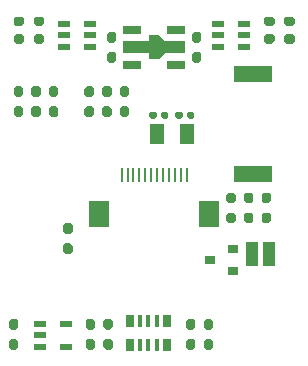
<source format=gtp>
G04 #@! TF.GenerationSoftware,KiCad,Pcbnew,(5.1.10-1-10_14)*
G04 #@! TF.CreationDate,2021-08-08T19:51:24+09:00*
G04 #@! TF.ProjectId,MiniCon,4d696e69-436f-46e2-9e6b-696361645f70,V1.0*
G04 #@! TF.SameCoordinates,Original*
G04 #@! TF.FileFunction,Paste,Top*
G04 #@! TF.FilePolarity,Positive*
%FSLAX46Y46*%
G04 Gerber Fmt 4.6, Leading zero omitted, Abs format (unit mm)*
G04 Created by KiCad (PCBNEW (5.1.10-1-10_14)) date 2021-08-08 19:51:24*
%MOMM*%
%LPD*%
G01*
G04 APERTURE LIST*
%ADD10R,1.200000X1.800000*%
%ADD11R,1.060000X0.500000*%
%ADD12R,1.500000X0.700000*%
%ADD13C,0.100000*%
%ADD14R,0.650000X1.000000*%
%ADD15R,0.350000X1.000000*%
%ADD16R,0.900000X0.800000*%
%ADD17R,3.200000X1.400000*%
%ADD18R,1.800000X2.200000*%
%ADD19R,0.150000X1.300000*%
%ADD20R,1.000000X2.000000*%
G04 APERTURE END LIST*
D10*
X200000Y3650000D03*
X2800000Y3650000D03*
D11*
X-9700000Y-12450000D03*
X-9700000Y-13400000D03*
X-9700000Y-14350000D03*
X-7500000Y-14350000D03*
X-7500000Y-12450000D03*
D12*
X1850000Y12500000D03*
X1850000Y9500000D03*
X-1850000Y12500000D03*
X-1850000Y9500000D03*
D13*
G36*
X900000Y11500000D02*
G01*
X2600000Y11500000D01*
X2600000Y10500000D01*
X900000Y10500000D01*
X400000Y10000000D01*
X-400000Y10000000D01*
X-400000Y10500000D01*
X-2600000Y10500000D01*
X-2600000Y11500000D01*
X-400000Y11500000D01*
X-400000Y12000000D01*
X400000Y12000000D01*
X900000Y11500000D01*
G37*
D14*
X1050000Y-14250000D03*
D15*
X200000Y-14250000D03*
X-500000Y-14250000D03*
X-1200000Y-14250000D03*
D14*
X-2050000Y-14250000D03*
X-2050000Y-12150000D03*
D15*
X-1200000Y-12150000D03*
X-500000Y-12150000D03*
X200000Y-12150000D03*
D14*
X1050000Y-12150000D03*
D11*
X7600000Y11050000D03*
X7600000Y12000000D03*
X7600000Y12950000D03*
X5400000Y12950000D03*
X5400000Y11050000D03*
X5400000Y12000000D03*
X-7600000Y12950000D03*
X-7600000Y12000000D03*
X-7600000Y11050000D03*
X-5400000Y11050000D03*
X-5400000Y12950000D03*
X-5400000Y12000000D03*
G36*
G01*
X-10200000Y7700000D02*
X-9800000Y7700000D01*
G75*
G02*
X-9600000Y7500000I0J-200000D01*
G01*
X-9600000Y7000000D01*
G75*
G02*
X-9800000Y6800000I-200000J0D01*
G01*
X-10200000Y6800000D01*
G75*
G02*
X-10400000Y7000000I0J200000D01*
G01*
X-10400000Y7500000D01*
G75*
G02*
X-10200000Y7700000I200000J0D01*
G01*
G37*
G36*
G01*
X-10200000Y6000000D02*
X-9800000Y6000000D01*
G75*
G02*
X-9600000Y5800000I0J-200000D01*
G01*
X-9600000Y5300000D01*
G75*
G02*
X-9800000Y5100000I-200000J0D01*
G01*
X-10200000Y5100000D01*
G75*
G02*
X-10400000Y5300000I0J200000D01*
G01*
X-10400000Y5800000D01*
G75*
G02*
X-10200000Y6000000I200000J0D01*
G01*
G37*
G36*
G01*
X9300000Y-1300000D02*
X9700000Y-1300000D01*
G75*
G02*
X9900000Y-1500000I0J-200000D01*
G01*
X9900000Y-2000000D01*
G75*
G02*
X9700000Y-2200000I-200000J0D01*
G01*
X9300000Y-2200000D01*
G75*
G02*
X9100000Y-2000000I0J200000D01*
G01*
X9100000Y-1500000D01*
G75*
G02*
X9300000Y-1300000I200000J0D01*
G01*
G37*
G36*
G01*
X9300000Y-3000000D02*
X9700000Y-3000000D01*
G75*
G02*
X9900000Y-3200000I0J-200000D01*
G01*
X9900000Y-3700000D01*
G75*
G02*
X9700000Y-3900000I-200000J0D01*
G01*
X9300000Y-3900000D01*
G75*
G02*
X9100000Y-3700000I0J200000D01*
G01*
X9100000Y-3200000D01*
G75*
G02*
X9300000Y-3000000I200000J0D01*
G01*
G37*
G36*
G01*
X6300000Y-1300000D02*
X6700000Y-1300000D01*
G75*
G02*
X6900000Y-1500000I0J-200000D01*
G01*
X6900000Y-2000000D01*
G75*
G02*
X6700000Y-2200000I-200000J0D01*
G01*
X6300000Y-2200000D01*
G75*
G02*
X6100000Y-2000000I0J200000D01*
G01*
X6100000Y-1500000D01*
G75*
G02*
X6300000Y-1300000I200000J0D01*
G01*
G37*
G36*
G01*
X6300000Y-3000000D02*
X6700000Y-3000000D01*
G75*
G02*
X6900000Y-3200000I0J-200000D01*
G01*
X6900000Y-3700000D01*
G75*
G02*
X6700000Y-3900000I-200000J0D01*
G01*
X6300000Y-3900000D01*
G75*
G02*
X6100000Y-3700000I0J200000D01*
G01*
X6100000Y-3200000D01*
G75*
G02*
X6300000Y-3000000I200000J0D01*
G01*
G37*
G36*
G01*
X-5700000Y7700000D02*
X-5300000Y7700000D01*
G75*
G02*
X-5100000Y7500000I0J-200000D01*
G01*
X-5100000Y7000000D01*
G75*
G02*
X-5300000Y6800000I-200000J0D01*
G01*
X-5700000Y6800000D01*
G75*
G02*
X-5900000Y7000000I0J200000D01*
G01*
X-5900000Y7500000D01*
G75*
G02*
X-5700000Y7700000I200000J0D01*
G01*
G37*
G36*
G01*
X-5700000Y6000000D02*
X-5300000Y6000000D01*
G75*
G02*
X-5100000Y5800000I0J-200000D01*
G01*
X-5100000Y5300000D01*
G75*
G02*
X-5300000Y5100000I-200000J0D01*
G01*
X-5700000Y5100000D01*
G75*
G02*
X-5900000Y5300000I0J200000D01*
G01*
X-5900000Y5800000D01*
G75*
G02*
X-5700000Y6000000I200000J0D01*
G01*
G37*
G36*
G01*
X8200000Y-3900000D02*
X7800000Y-3900000D01*
G75*
G02*
X7600000Y-3700000I0J200000D01*
G01*
X7600000Y-3200000D01*
G75*
G02*
X7800000Y-3000000I200000J0D01*
G01*
X8200000Y-3000000D01*
G75*
G02*
X8400000Y-3200000I0J-200000D01*
G01*
X8400000Y-3700000D01*
G75*
G02*
X8200000Y-3900000I-200000J0D01*
G01*
G37*
G36*
G01*
X8200000Y-2200000D02*
X7800000Y-2200000D01*
G75*
G02*
X7600000Y-2000000I0J200000D01*
G01*
X7600000Y-1500000D01*
G75*
G02*
X7800000Y-1300000I200000J0D01*
G01*
X8200000Y-1300000D01*
G75*
G02*
X8400000Y-1500000I0J-200000D01*
G01*
X8400000Y-2000000D01*
G75*
G02*
X8200000Y-2200000I-200000J0D01*
G01*
G37*
G36*
G01*
X9300000Y11500000D02*
X9300000Y11900000D01*
G75*
G02*
X9500000Y12100000I200000J0D01*
G01*
X10000000Y12100000D01*
G75*
G02*
X10200000Y11900000I0J-200000D01*
G01*
X10200000Y11500000D01*
G75*
G02*
X10000000Y11300000I-200000J0D01*
G01*
X9500000Y11300000D01*
G75*
G02*
X9300000Y11500000I0J200000D01*
G01*
G37*
G36*
G01*
X11000000Y11500000D02*
X11000000Y11900000D01*
G75*
G02*
X11200000Y12100000I200000J0D01*
G01*
X11700000Y12100000D01*
G75*
G02*
X11900000Y11900000I0J-200000D01*
G01*
X11900000Y11500000D01*
G75*
G02*
X11700000Y11300000I-200000J0D01*
G01*
X11200000Y11300000D01*
G75*
G02*
X11000000Y11500000I0J200000D01*
G01*
G37*
G36*
G01*
X-9300000Y11900000D02*
X-9300000Y11500000D01*
G75*
G02*
X-9500000Y11300000I-200000J0D01*
G01*
X-10000000Y11300000D01*
G75*
G02*
X-10200000Y11500000I0J200000D01*
G01*
X-10200000Y11900000D01*
G75*
G02*
X-10000000Y12100000I200000J0D01*
G01*
X-9500000Y12100000D01*
G75*
G02*
X-9300000Y11900000I0J-200000D01*
G01*
G37*
G36*
G01*
X-11000000Y11900000D02*
X-11000000Y11500000D01*
G75*
G02*
X-11200000Y11300000I-200000J0D01*
G01*
X-11700000Y11300000D01*
G75*
G02*
X-11900000Y11500000I0J200000D01*
G01*
X-11900000Y11900000D01*
G75*
G02*
X-11700000Y12100000I200000J0D01*
G01*
X-11200000Y12100000D01*
G75*
G02*
X-11000000Y11900000I0J-200000D01*
G01*
G37*
G36*
G01*
X4800000Y-14600000D02*
X4400000Y-14600000D01*
G75*
G02*
X4200000Y-14400000I0J200000D01*
G01*
X4200000Y-13900000D01*
G75*
G02*
X4400000Y-13700000I200000J0D01*
G01*
X4800000Y-13700000D01*
G75*
G02*
X5000000Y-13900000I0J-200000D01*
G01*
X5000000Y-14400000D01*
G75*
G02*
X4800000Y-14600000I-200000J0D01*
G01*
G37*
G36*
G01*
X4800000Y-12900000D02*
X4400000Y-12900000D01*
G75*
G02*
X4200000Y-12700000I0J200000D01*
G01*
X4200000Y-12200000D01*
G75*
G02*
X4400000Y-12000000I200000J0D01*
G01*
X4800000Y-12000000D01*
G75*
G02*
X5000000Y-12200000I0J-200000D01*
G01*
X5000000Y-12700000D01*
G75*
G02*
X4800000Y-12900000I-200000J0D01*
G01*
G37*
D16*
X4700000Y-7000000D03*
X6700000Y-6050000D03*
X6700000Y-7950000D03*
D17*
X8400000Y8700000D03*
X8400000Y300000D03*
G36*
G01*
X-4200000Y7700000D02*
X-3800000Y7700000D01*
G75*
G02*
X-3600000Y7500000I0J-200000D01*
G01*
X-3600000Y7000000D01*
G75*
G02*
X-3800000Y6800000I-200000J0D01*
G01*
X-4200000Y6800000D01*
G75*
G02*
X-4400000Y7000000I0J200000D01*
G01*
X-4400000Y7500000D01*
G75*
G02*
X-4200000Y7700000I200000J0D01*
G01*
G37*
G36*
G01*
X-4200000Y6000000D02*
X-3800000Y6000000D01*
G75*
G02*
X-3600000Y5800000I0J-200000D01*
G01*
X-3600000Y5300000D01*
G75*
G02*
X-3800000Y5100000I-200000J0D01*
G01*
X-4200000Y5100000D01*
G75*
G02*
X-4400000Y5300000I0J200000D01*
G01*
X-4400000Y5800000D01*
G75*
G02*
X-4200000Y6000000I200000J0D01*
G01*
G37*
D18*
X4650000Y-3100000D03*
X-4650000Y-3100000D03*
D19*
X-2750000Y150000D03*
X-2250000Y150000D03*
X-1750000Y150000D03*
X-1250000Y150000D03*
X-750000Y150000D03*
X-250000Y150000D03*
X250000Y150000D03*
X750000Y150000D03*
X1250000Y150000D03*
X1750000Y150000D03*
X2250000Y150000D03*
X2750000Y150000D03*
G36*
G01*
X-2300000Y5100000D02*
X-2700000Y5100000D01*
G75*
G02*
X-2900000Y5300000I0J200000D01*
G01*
X-2900000Y5800000D01*
G75*
G02*
X-2700000Y6000000I200000J0D01*
G01*
X-2300000Y6000000D01*
G75*
G02*
X-2100000Y5800000I0J-200000D01*
G01*
X-2100000Y5300000D01*
G75*
G02*
X-2300000Y5100000I-200000J0D01*
G01*
G37*
G36*
G01*
X-2300000Y6800000D02*
X-2700000Y6800000D01*
G75*
G02*
X-2900000Y7000000I0J200000D01*
G01*
X-2900000Y7500000D01*
G75*
G02*
X-2700000Y7700000I200000J0D01*
G01*
X-2300000Y7700000D01*
G75*
G02*
X-2100000Y7500000I0J-200000D01*
G01*
X-2100000Y7000000D01*
G75*
G02*
X-2300000Y6800000I-200000J0D01*
G01*
G37*
G36*
G01*
X-11300000Y5100000D02*
X-11700000Y5100000D01*
G75*
G02*
X-11900000Y5300000I0J200000D01*
G01*
X-11900000Y5800000D01*
G75*
G02*
X-11700000Y6000000I200000J0D01*
G01*
X-11300000Y6000000D01*
G75*
G02*
X-11100000Y5800000I0J-200000D01*
G01*
X-11100000Y5300000D01*
G75*
G02*
X-11300000Y5100000I-200000J0D01*
G01*
G37*
G36*
G01*
X-11300000Y6800000D02*
X-11700000Y6800000D01*
G75*
G02*
X-11900000Y7000000I0J200000D01*
G01*
X-11900000Y7500000D01*
G75*
G02*
X-11700000Y7700000I200000J0D01*
G01*
X-11300000Y7700000D01*
G75*
G02*
X-11100000Y7500000I0J-200000D01*
G01*
X-11100000Y7000000D01*
G75*
G02*
X-11300000Y6800000I-200000J0D01*
G01*
G37*
G36*
G01*
X11900000Y13400000D02*
X11900000Y13000000D01*
G75*
G02*
X11700000Y12800000I-200000J0D01*
G01*
X11200000Y12800000D01*
G75*
G02*
X11000000Y13000000I0J200000D01*
G01*
X11000000Y13400000D01*
G75*
G02*
X11200000Y13600000I200000J0D01*
G01*
X11700000Y13600000D01*
G75*
G02*
X11900000Y13400000I0J-200000D01*
G01*
G37*
G36*
G01*
X10200000Y13400000D02*
X10200000Y13000000D01*
G75*
G02*
X10000000Y12800000I-200000J0D01*
G01*
X9500000Y12800000D01*
G75*
G02*
X9300000Y13000000I0J200000D01*
G01*
X9300000Y13400000D01*
G75*
G02*
X9500000Y13600000I200000J0D01*
G01*
X10000000Y13600000D01*
G75*
G02*
X10200000Y13400000I0J-200000D01*
G01*
G37*
G36*
G01*
X-11900000Y13000000D02*
X-11900000Y13400000D01*
G75*
G02*
X-11700000Y13600000I200000J0D01*
G01*
X-11200000Y13600000D01*
G75*
G02*
X-11000000Y13400000I0J-200000D01*
G01*
X-11000000Y13000000D01*
G75*
G02*
X-11200000Y12800000I-200000J0D01*
G01*
X-11700000Y12800000D01*
G75*
G02*
X-11900000Y13000000I0J200000D01*
G01*
G37*
G36*
G01*
X-10200000Y13000000D02*
X-10200000Y13400000D01*
G75*
G02*
X-10000000Y13600000I200000J0D01*
G01*
X-9500000Y13600000D01*
G75*
G02*
X-9300000Y13400000I0J-200000D01*
G01*
X-9300000Y13000000D01*
G75*
G02*
X-9500000Y12800000I-200000J0D01*
G01*
X-10000000Y12800000D01*
G75*
G02*
X-10200000Y13000000I0J200000D01*
G01*
G37*
G36*
G01*
X-7100000Y-6500000D02*
X-7500000Y-6500000D01*
G75*
G02*
X-7700000Y-6300000I0J200000D01*
G01*
X-7700000Y-5800000D01*
G75*
G02*
X-7500000Y-5600000I200000J0D01*
G01*
X-7100000Y-5600000D01*
G75*
G02*
X-6900000Y-5800000I0J-200000D01*
G01*
X-6900000Y-6300000D01*
G75*
G02*
X-7100000Y-6500000I-200000J0D01*
G01*
G37*
G36*
G01*
X-7100000Y-4800000D02*
X-7500000Y-4800000D01*
G75*
G02*
X-7700000Y-4600000I0J200000D01*
G01*
X-7700000Y-4100000D01*
G75*
G02*
X-7500000Y-3900000I200000J0D01*
G01*
X-7100000Y-3900000D01*
G75*
G02*
X-6900000Y-4100000I0J-200000D01*
G01*
X-6900000Y-4600000D01*
G75*
G02*
X-7100000Y-4800000I-200000J0D01*
G01*
G37*
G36*
G01*
X-8300000Y5100000D02*
X-8700000Y5100000D01*
G75*
G02*
X-8900000Y5300000I0J200000D01*
G01*
X-8900000Y5800000D01*
G75*
G02*
X-8700000Y6000000I200000J0D01*
G01*
X-8300000Y6000000D01*
G75*
G02*
X-8100000Y5800000I0J-200000D01*
G01*
X-8100000Y5300000D01*
G75*
G02*
X-8300000Y5100000I-200000J0D01*
G01*
G37*
G36*
G01*
X-8300000Y6800000D02*
X-8700000Y6800000D01*
G75*
G02*
X-8900000Y7000000I0J200000D01*
G01*
X-8900000Y7500000D01*
G75*
G02*
X-8700000Y7700000I200000J0D01*
G01*
X-8300000Y7700000D01*
G75*
G02*
X-8100000Y7500000I0J-200000D01*
G01*
X-8100000Y7000000D01*
G75*
G02*
X-8300000Y6800000I-200000J0D01*
G01*
G37*
G36*
G01*
X600000Y5100000D02*
X600000Y5400000D01*
G75*
G02*
X750000Y5550000I150000J0D01*
G01*
X1050000Y5550000D01*
G75*
G02*
X1200000Y5400000I0J-150000D01*
G01*
X1200000Y5100000D01*
G75*
G02*
X1050000Y4950000I-150000J0D01*
G01*
X750000Y4950000D01*
G75*
G02*
X600000Y5100000I0J150000D01*
G01*
G37*
G36*
G01*
X-400000Y5100000D02*
X-400000Y5400000D01*
G75*
G02*
X-250000Y5550000I150000J0D01*
G01*
X50000Y5550000D01*
G75*
G02*
X200000Y5400000I0J-150000D01*
G01*
X200000Y5100000D01*
G75*
G02*
X50000Y4950000I-150000J0D01*
G01*
X-250000Y4950000D01*
G75*
G02*
X-400000Y5100000I0J150000D01*
G01*
G37*
G36*
G01*
X2400000Y5400000D02*
X2400000Y5100000D01*
G75*
G02*
X2250000Y4950000I-150000J0D01*
G01*
X1950000Y4950000D01*
G75*
G02*
X1800000Y5100000I0J150000D01*
G01*
X1800000Y5400000D01*
G75*
G02*
X1950000Y5550000I150000J0D01*
G01*
X2250000Y5550000D01*
G75*
G02*
X2400000Y5400000I0J-150000D01*
G01*
G37*
G36*
G01*
X3400000Y5400000D02*
X3400000Y5100000D01*
G75*
G02*
X3250000Y4950000I-150000J0D01*
G01*
X2950000Y4950000D01*
G75*
G02*
X2800000Y5100000I0J150000D01*
G01*
X2800000Y5400000D01*
G75*
G02*
X2950000Y5550000I150000J0D01*
G01*
X3250000Y5550000D01*
G75*
G02*
X3400000Y5400000I0J-150000D01*
G01*
G37*
G36*
G01*
X-4100000Y-12000000D02*
X-3700000Y-12000000D01*
G75*
G02*
X-3500000Y-12200000I0J-200000D01*
G01*
X-3500000Y-12700000D01*
G75*
G02*
X-3700000Y-12900000I-200000J0D01*
G01*
X-4100000Y-12900000D01*
G75*
G02*
X-4300000Y-12700000I0J200000D01*
G01*
X-4300000Y-12200000D01*
G75*
G02*
X-4100000Y-12000000I200000J0D01*
G01*
G37*
G36*
G01*
X-4100000Y-13700000D02*
X-3700000Y-13700000D01*
G75*
G02*
X-3500000Y-13900000I0J-200000D01*
G01*
X-3500000Y-14400000D01*
G75*
G02*
X-3700000Y-14600000I-200000J0D01*
G01*
X-4100000Y-14600000D01*
G75*
G02*
X-4300000Y-14400000I0J200000D01*
G01*
X-4300000Y-13900000D01*
G75*
G02*
X-4100000Y-13700000I200000J0D01*
G01*
G37*
G36*
G01*
X-5600000Y-12000000D02*
X-5200000Y-12000000D01*
G75*
G02*
X-5000000Y-12200000I0J-200000D01*
G01*
X-5000000Y-12700000D01*
G75*
G02*
X-5200000Y-12900000I-200000J0D01*
G01*
X-5600000Y-12900000D01*
G75*
G02*
X-5800000Y-12700000I0J200000D01*
G01*
X-5800000Y-12200000D01*
G75*
G02*
X-5600000Y-12000000I200000J0D01*
G01*
G37*
G36*
G01*
X-5600000Y-13700000D02*
X-5200000Y-13700000D01*
G75*
G02*
X-5000000Y-13900000I0J-200000D01*
G01*
X-5000000Y-14400000D01*
G75*
G02*
X-5200000Y-14600000I-200000J0D01*
G01*
X-5600000Y-14600000D01*
G75*
G02*
X-5800000Y-14400000I0J200000D01*
G01*
X-5800000Y-13900000D01*
G75*
G02*
X-5600000Y-13700000I200000J0D01*
G01*
G37*
G36*
G01*
X-11700000Y-14600000D02*
X-12100000Y-14600000D01*
G75*
G02*
X-12300000Y-14400000I0J200000D01*
G01*
X-12300000Y-13900000D01*
G75*
G02*
X-12100000Y-13700000I200000J0D01*
G01*
X-11700000Y-13700000D01*
G75*
G02*
X-11500000Y-13900000I0J-200000D01*
G01*
X-11500000Y-14400000D01*
G75*
G02*
X-11700000Y-14600000I-200000J0D01*
G01*
G37*
G36*
G01*
X-11700000Y-12900000D02*
X-12100000Y-12900000D01*
G75*
G02*
X-12300000Y-12700000I0J200000D01*
G01*
X-12300000Y-12200000D01*
G75*
G02*
X-12100000Y-12000000I200000J0D01*
G01*
X-11700000Y-12000000D01*
G75*
G02*
X-11500000Y-12200000I0J-200000D01*
G01*
X-11500000Y-12700000D01*
G75*
G02*
X-11700000Y-12900000I-200000J0D01*
G01*
G37*
G36*
G01*
X3400000Y12300000D02*
X3800000Y12300000D01*
G75*
G02*
X4000000Y12100000I0J-200000D01*
G01*
X4000000Y11600000D01*
G75*
G02*
X3800000Y11400000I-200000J0D01*
G01*
X3400000Y11400000D01*
G75*
G02*
X3200000Y11600000I0J200000D01*
G01*
X3200000Y12100000D01*
G75*
G02*
X3400000Y12300000I200000J0D01*
G01*
G37*
G36*
G01*
X3400000Y10600000D02*
X3800000Y10600000D01*
G75*
G02*
X4000000Y10400000I0J-200000D01*
G01*
X4000000Y9900000D01*
G75*
G02*
X3800000Y9700000I-200000J0D01*
G01*
X3400000Y9700000D01*
G75*
G02*
X3200000Y9900000I0J200000D01*
G01*
X3200000Y10400000D01*
G75*
G02*
X3400000Y10600000I200000J0D01*
G01*
G37*
G36*
G01*
X-3800000Y12300000D02*
X-3400000Y12300000D01*
G75*
G02*
X-3200000Y12100000I0J-200000D01*
G01*
X-3200000Y11600000D01*
G75*
G02*
X-3400000Y11400000I-200000J0D01*
G01*
X-3800000Y11400000D01*
G75*
G02*
X-4000000Y11600000I0J200000D01*
G01*
X-4000000Y12100000D01*
G75*
G02*
X-3800000Y12300000I200000J0D01*
G01*
G37*
G36*
G01*
X-3800000Y10600000D02*
X-3400000Y10600000D01*
G75*
G02*
X-3200000Y10400000I0J-200000D01*
G01*
X-3200000Y9900000D01*
G75*
G02*
X-3400000Y9700000I-200000J0D01*
G01*
X-3800000Y9700000D01*
G75*
G02*
X-4000000Y9900000I0J200000D01*
G01*
X-4000000Y10400000D01*
G75*
G02*
X-3800000Y10600000I200000J0D01*
G01*
G37*
G36*
G01*
X3300000Y-14600000D02*
X2900000Y-14600000D01*
G75*
G02*
X2700000Y-14400000I0J200000D01*
G01*
X2700000Y-13900000D01*
G75*
G02*
X2900000Y-13700000I200000J0D01*
G01*
X3300000Y-13700000D01*
G75*
G02*
X3500000Y-13900000I0J-200000D01*
G01*
X3500000Y-14400000D01*
G75*
G02*
X3300000Y-14600000I-200000J0D01*
G01*
G37*
G36*
G01*
X3300000Y-12900000D02*
X2900000Y-12900000D01*
G75*
G02*
X2700000Y-12700000I0J200000D01*
G01*
X2700000Y-12200000D01*
G75*
G02*
X2900000Y-12000000I200000J0D01*
G01*
X3300000Y-12000000D01*
G75*
G02*
X3500000Y-12200000I0J-200000D01*
G01*
X3500000Y-12700000D01*
G75*
G02*
X3300000Y-12900000I-200000J0D01*
G01*
G37*
D20*
X9750000Y-6500000D03*
X8250000Y-6500000D03*
M02*

</source>
